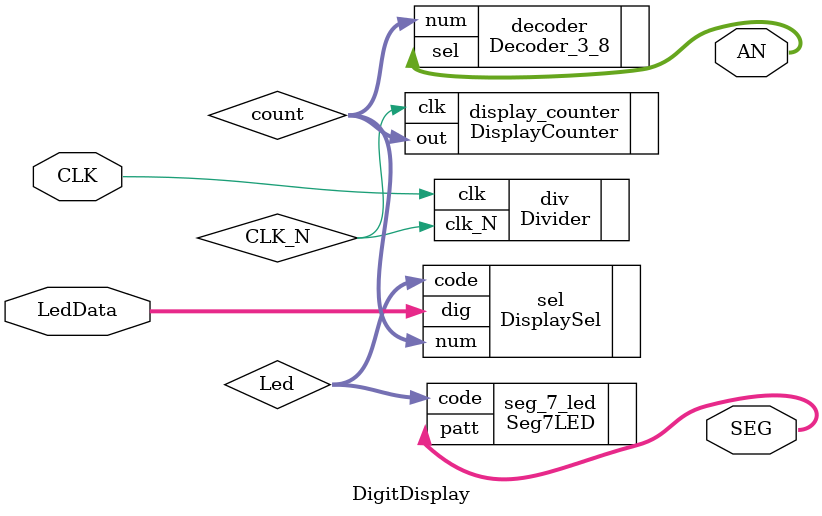
<source format=v>
module DigitDisplay(
    input [31:0] LedData,
    input CLK,
    output [7:0] SEG,
    output [7:0] AN
);

    wire CLK_N; //高频时钟信号
    wire [3:0] Led; //数码管显示数据
    wire [2:0] count; //计数器计数
   
    //实例化模块
    Divider #(5000) div(
        .clk(CLK),
        .clk_N(CLK_N)
    );
    
    DisplayCounter display_counter(
        .clk(CLK_N),
        .out(count)
    );//高频计数器

    Decoder_3_8 decoder(
        .num(count),
        .sel(AN)
    );//获得数码管片选信号

    DisplaySel sel(
        .num(count), 
        .dig(LedData), 
        .code(Led)
    );

    Seg7LED seg_7_led(
        .code(Led),
        .patt(SEG)
    );
endmodule
</source>
